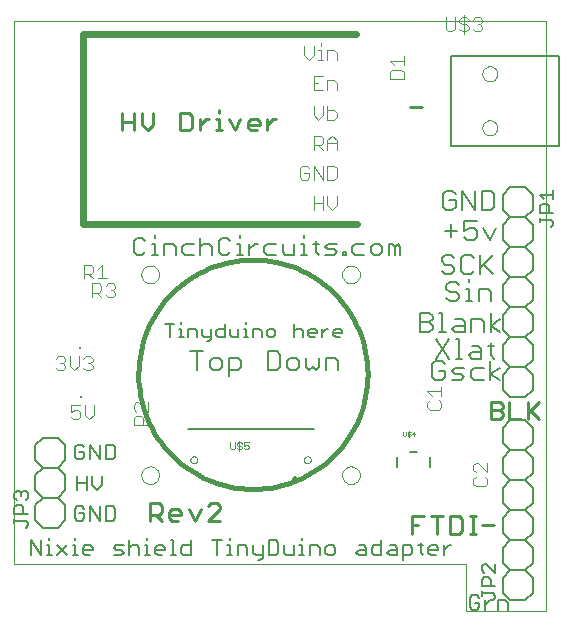
<source format=gto>
G75*
G70*
%OFA0B0*%
%FSLAX24Y24*%
%IPPOS*%
%LPD*%
%AMOC8*
5,1,8,0,0,1.08239X$1,22.5*
%
%ADD10C,0.0010*%
%ADD11C,0.0000*%
%ADD12C,0.0080*%
%ADD13C,0.0070*%
%ADD14C,0.0100*%
%ADD15C,0.0090*%
%ADD16C,0.0060*%
%ADD17C,0.0240*%
%ADD18C,0.0160*%
%ADD19C,0.0110*%
%ADD20C,0.0050*%
%ADD21C,0.0040*%
%ADD22R,0.0098X0.0098*%
%ADD23C,0.0020*%
D10*
X000290Y001875D02*
X000290Y019985D01*
X018006Y019985D01*
X013622Y006285D02*
X013547Y006210D01*
X013647Y006210D01*
X013622Y006135D02*
X013622Y006285D01*
X013499Y006260D02*
X013474Y006285D01*
X013424Y006285D01*
X013399Y006260D01*
X013399Y006235D01*
X013424Y006210D01*
X013474Y006210D01*
X013499Y006185D01*
X013499Y006160D01*
X013474Y006135D01*
X013424Y006135D01*
X013399Y006160D01*
X013352Y006160D02*
X013352Y006285D01*
X013252Y006285D02*
X013252Y006160D01*
X013277Y006135D01*
X013327Y006135D01*
X013352Y006160D01*
X013449Y006110D02*
X013449Y006310D01*
D11*
X015329Y001875D02*
X000290Y001875D01*
X004522Y004828D02*
X004524Y004862D01*
X004530Y004896D01*
X004540Y004929D01*
X004553Y004960D01*
X004571Y004990D01*
X004591Y005018D01*
X004615Y005043D01*
X004641Y005065D01*
X004669Y005083D01*
X004700Y005099D01*
X004732Y005111D01*
X004766Y005119D01*
X004800Y005123D01*
X004834Y005123D01*
X004868Y005119D01*
X004902Y005111D01*
X004934Y005099D01*
X004964Y005083D01*
X004993Y005065D01*
X005019Y005043D01*
X005043Y005018D01*
X005063Y004990D01*
X005081Y004960D01*
X005094Y004929D01*
X005104Y004896D01*
X005110Y004862D01*
X005112Y004828D01*
X005110Y004794D01*
X005104Y004760D01*
X005094Y004727D01*
X005081Y004696D01*
X005063Y004666D01*
X005043Y004638D01*
X005019Y004613D01*
X004993Y004591D01*
X004965Y004573D01*
X004934Y004557D01*
X004902Y004545D01*
X004868Y004537D01*
X004834Y004533D01*
X004800Y004533D01*
X004766Y004537D01*
X004732Y004545D01*
X004700Y004557D01*
X004669Y004573D01*
X004641Y004591D01*
X004615Y004613D01*
X004591Y004638D01*
X004571Y004666D01*
X004553Y004696D01*
X004540Y004727D01*
X004530Y004760D01*
X004524Y004794D01*
X004522Y004828D01*
X006156Y005339D02*
X006158Y005360D01*
X006164Y005380D01*
X006173Y005400D01*
X006185Y005417D01*
X006200Y005431D01*
X006218Y005443D01*
X006238Y005451D01*
X006258Y005456D01*
X006279Y005457D01*
X006300Y005454D01*
X006320Y005448D01*
X006339Y005437D01*
X006356Y005424D01*
X006369Y005408D01*
X006380Y005390D01*
X006388Y005370D01*
X006392Y005350D01*
X006392Y005328D01*
X006388Y005308D01*
X006380Y005288D01*
X006369Y005270D01*
X006356Y005254D01*
X006339Y005241D01*
X006320Y005230D01*
X006300Y005224D01*
X006279Y005221D01*
X006258Y005222D01*
X006238Y005227D01*
X006218Y005235D01*
X006200Y005247D01*
X006185Y005261D01*
X006173Y005278D01*
X006164Y005298D01*
X006158Y005318D01*
X006156Y005339D01*
X009936Y005339D02*
X009938Y005360D01*
X009944Y005380D01*
X009953Y005400D01*
X009965Y005417D01*
X009980Y005431D01*
X009998Y005443D01*
X010018Y005451D01*
X010038Y005456D01*
X010059Y005457D01*
X010080Y005454D01*
X010100Y005448D01*
X010119Y005437D01*
X010136Y005424D01*
X010149Y005408D01*
X010160Y005390D01*
X010168Y005370D01*
X010172Y005350D01*
X010172Y005328D01*
X010168Y005308D01*
X010160Y005288D01*
X010149Y005270D01*
X010136Y005254D01*
X010119Y005241D01*
X010100Y005230D01*
X010080Y005224D01*
X010059Y005221D01*
X010038Y005222D01*
X010018Y005227D01*
X009998Y005235D01*
X009980Y005247D01*
X009965Y005261D01*
X009953Y005278D01*
X009944Y005298D01*
X009938Y005318D01*
X009936Y005339D01*
X011215Y004828D02*
X011217Y004862D01*
X011223Y004896D01*
X011233Y004929D01*
X011246Y004960D01*
X011264Y004990D01*
X011284Y005018D01*
X011308Y005043D01*
X011334Y005065D01*
X011362Y005083D01*
X011393Y005099D01*
X011425Y005111D01*
X011459Y005119D01*
X011493Y005123D01*
X011527Y005123D01*
X011561Y005119D01*
X011595Y005111D01*
X011627Y005099D01*
X011657Y005083D01*
X011686Y005065D01*
X011712Y005043D01*
X011736Y005018D01*
X011756Y004990D01*
X011774Y004960D01*
X011787Y004929D01*
X011797Y004896D01*
X011803Y004862D01*
X011805Y004828D01*
X011803Y004794D01*
X011797Y004760D01*
X011787Y004727D01*
X011774Y004696D01*
X011756Y004666D01*
X011736Y004638D01*
X011712Y004613D01*
X011686Y004591D01*
X011658Y004573D01*
X011627Y004557D01*
X011595Y004545D01*
X011561Y004537D01*
X011527Y004533D01*
X011493Y004533D01*
X011459Y004537D01*
X011425Y004545D01*
X011393Y004557D01*
X011362Y004573D01*
X011334Y004591D01*
X011308Y004613D01*
X011284Y004638D01*
X011264Y004666D01*
X011246Y004696D01*
X011233Y004727D01*
X011223Y004760D01*
X011217Y004794D01*
X011215Y004828D01*
X015329Y001875D02*
X015329Y000300D01*
X018006Y000300D01*
X018006Y019985D01*
X015891Y018208D02*
X015893Y018239D01*
X015899Y018270D01*
X015909Y018300D01*
X015922Y018328D01*
X015939Y018355D01*
X015959Y018379D01*
X015982Y018401D01*
X016007Y018419D01*
X016035Y018434D01*
X016064Y018446D01*
X016094Y018454D01*
X016125Y018458D01*
X016157Y018458D01*
X016188Y018454D01*
X016218Y018446D01*
X016247Y018434D01*
X016275Y018419D01*
X016300Y018401D01*
X016323Y018379D01*
X016343Y018355D01*
X016360Y018328D01*
X016373Y018300D01*
X016383Y018270D01*
X016389Y018239D01*
X016391Y018208D01*
X016389Y018177D01*
X016383Y018146D01*
X016373Y018116D01*
X016360Y018088D01*
X016343Y018061D01*
X016323Y018037D01*
X016300Y018015D01*
X016275Y017997D01*
X016247Y017982D01*
X016218Y017970D01*
X016188Y017962D01*
X016157Y017958D01*
X016125Y017958D01*
X016094Y017962D01*
X016064Y017970D01*
X016035Y017982D01*
X016007Y017997D01*
X015982Y018015D01*
X015959Y018037D01*
X015939Y018061D01*
X015922Y018088D01*
X015909Y018116D01*
X015899Y018146D01*
X015893Y018177D01*
X015891Y018208D01*
X015891Y016408D02*
X015893Y016439D01*
X015899Y016470D01*
X015909Y016500D01*
X015922Y016528D01*
X015939Y016555D01*
X015959Y016579D01*
X015982Y016601D01*
X016007Y016619D01*
X016035Y016634D01*
X016064Y016646D01*
X016094Y016654D01*
X016125Y016658D01*
X016157Y016658D01*
X016188Y016654D01*
X016218Y016646D01*
X016247Y016634D01*
X016275Y016619D01*
X016300Y016601D01*
X016323Y016579D01*
X016343Y016555D01*
X016360Y016528D01*
X016373Y016500D01*
X016383Y016470D01*
X016389Y016439D01*
X016391Y016408D01*
X016389Y016377D01*
X016383Y016346D01*
X016373Y016316D01*
X016360Y016288D01*
X016343Y016261D01*
X016323Y016237D01*
X016300Y016215D01*
X016275Y016197D01*
X016247Y016182D01*
X016218Y016170D01*
X016188Y016162D01*
X016157Y016158D01*
X016125Y016158D01*
X016094Y016162D01*
X016064Y016170D01*
X016035Y016182D01*
X016007Y016197D01*
X015982Y016215D01*
X015959Y016237D01*
X015939Y016261D01*
X015922Y016288D01*
X015909Y016316D01*
X015899Y016346D01*
X015893Y016377D01*
X015891Y016408D01*
X011215Y011520D02*
X011217Y011554D01*
X011223Y011588D01*
X011233Y011621D01*
X011246Y011652D01*
X011264Y011682D01*
X011284Y011710D01*
X011308Y011735D01*
X011334Y011757D01*
X011362Y011775D01*
X011393Y011791D01*
X011425Y011803D01*
X011459Y011811D01*
X011493Y011815D01*
X011527Y011815D01*
X011561Y011811D01*
X011595Y011803D01*
X011627Y011791D01*
X011657Y011775D01*
X011686Y011757D01*
X011712Y011735D01*
X011736Y011710D01*
X011756Y011682D01*
X011774Y011652D01*
X011787Y011621D01*
X011797Y011588D01*
X011803Y011554D01*
X011805Y011520D01*
X011803Y011486D01*
X011797Y011452D01*
X011787Y011419D01*
X011774Y011388D01*
X011756Y011358D01*
X011736Y011330D01*
X011712Y011305D01*
X011686Y011283D01*
X011658Y011265D01*
X011627Y011249D01*
X011595Y011237D01*
X011561Y011229D01*
X011527Y011225D01*
X011493Y011225D01*
X011459Y011229D01*
X011425Y011237D01*
X011393Y011249D01*
X011362Y011265D01*
X011334Y011283D01*
X011308Y011305D01*
X011284Y011330D01*
X011264Y011358D01*
X011246Y011388D01*
X011233Y011419D01*
X011223Y011452D01*
X011217Y011486D01*
X011215Y011520D01*
X004522Y011520D02*
X004524Y011554D01*
X004530Y011588D01*
X004540Y011621D01*
X004553Y011652D01*
X004571Y011682D01*
X004591Y011710D01*
X004615Y011735D01*
X004641Y011757D01*
X004669Y011775D01*
X004700Y011791D01*
X004732Y011803D01*
X004766Y011811D01*
X004800Y011815D01*
X004834Y011815D01*
X004868Y011811D01*
X004902Y011803D01*
X004934Y011791D01*
X004964Y011775D01*
X004993Y011757D01*
X005019Y011735D01*
X005043Y011710D01*
X005063Y011682D01*
X005081Y011652D01*
X005094Y011621D01*
X005104Y011588D01*
X005110Y011554D01*
X005112Y011520D01*
X005110Y011486D01*
X005104Y011452D01*
X005094Y011419D01*
X005081Y011388D01*
X005063Y011358D01*
X005043Y011330D01*
X005019Y011305D01*
X004993Y011283D01*
X004965Y011265D01*
X004934Y011249D01*
X004902Y011237D01*
X004868Y011229D01*
X004834Y011225D01*
X004800Y011225D01*
X004766Y011229D01*
X004732Y011237D01*
X004700Y011249D01*
X004669Y011265D01*
X004641Y011283D01*
X004615Y011305D01*
X004591Y011330D01*
X004571Y011358D01*
X004553Y011388D01*
X004540Y011419D01*
X004530Y011452D01*
X004524Y011486D01*
X004522Y011520D01*
D12*
X004555Y012160D02*
X004652Y012257D01*
X004555Y012160D02*
X004362Y012160D01*
X004265Y012257D01*
X004265Y012644D01*
X004362Y012741D01*
X004555Y012741D01*
X004652Y012644D01*
X004873Y012547D02*
X004970Y012547D01*
X004970Y012160D01*
X005066Y012160D02*
X004873Y012160D01*
X005278Y012160D02*
X005278Y012547D01*
X005568Y012547D01*
X005665Y012451D01*
X005665Y012160D01*
X005886Y012257D02*
X005983Y012160D01*
X006273Y012160D01*
X006494Y012160D02*
X006494Y012741D01*
X006590Y012547D02*
X006784Y012547D01*
X006881Y012451D01*
X006881Y012160D01*
X007101Y012257D02*
X007198Y012160D01*
X007391Y012160D01*
X007488Y012257D01*
X007709Y012160D02*
X007902Y012160D01*
X007806Y012160D02*
X007806Y012547D01*
X007709Y012547D01*
X007806Y012741D02*
X007806Y012838D01*
X007488Y012644D02*
X007391Y012741D01*
X007198Y012741D01*
X007101Y012644D01*
X007101Y012257D01*
X006590Y012547D02*
X006494Y012451D01*
X006273Y012547D02*
X005983Y012547D01*
X005886Y012451D01*
X005886Y012257D01*
X004970Y012741D02*
X004970Y012838D01*
X008114Y012547D02*
X008114Y012160D01*
X008114Y012354D02*
X008308Y012547D01*
X008404Y012547D01*
X008621Y012451D02*
X008621Y012257D01*
X008717Y012160D01*
X009008Y012160D01*
X009228Y012257D02*
X009228Y012547D01*
X009008Y012547D02*
X008717Y012547D01*
X008621Y012451D01*
X009228Y012257D02*
X009325Y012160D01*
X009615Y012160D01*
X009615Y012547D01*
X009836Y012547D02*
X009933Y012547D01*
X009933Y012160D01*
X010029Y012160D02*
X009836Y012160D01*
X010241Y012547D02*
X010435Y012547D01*
X010338Y012644D02*
X010338Y012257D01*
X010435Y012160D01*
X010646Y012160D02*
X010936Y012160D01*
X011033Y012257D01*
X010936Y012354D01*
X010743Y012354D01*
X010646Y012451D01*
X010743Y012547D01*
X011033Y012547D01*
X011254Y012257D02*
X011351Y012257D01*
X011351Y012160D01*
X011254Y012160D01*
X011254Y012257D01*
X011558Y012257D02*
X011655Y012160D01*
X011945Y012160D01*
X012166Y012257D02*
X012166Y012451D01*
X012262Y012547D01*
X012456Y012547D01*
X012553Y012451D01*
X012553Y012257D01*
X012456Y012160D01*
X012262Y012160D01*
X012166Y012257D01*
X011945Y012547D02*
X011655Y012547D01*
X011558Y012451D01*
X011558Y012257D01*
X012773Y012160D02*
X012773Y012547D01*
X012870Y012547D01*
X012967Y012451D01*
X013064Y012547D01*
X013160Y012451D01*
X013160Y012160D01*
X012967Y012160D02*
X012967Y012451D01*
X009933Y012741D02*
X009933Y012838D01*
X009045Y008953D02*
X008735Y008953D01*
X008735Y008332D01*
X009045Y008332D01*
X009148Y008436D01*
X009148Y008849D01*
X009045Y008953D01*
X009379Y008642D02*
X009379Y008436D01*
X009483Y008332D01*
X009690Y008332D01*
X009793Y008436D01*
X009793Y008642D01*
X009690Y008746D01*
X009483Y008746D01*
X009379Y008642D01*
X010024Y008746D02*
X010024Y008436D01*
X010127Y008332D01*
X010231Y008436D01*
X010334Y008332D01*
X010438Y008436D01*
X010438Y008746D01*
X010668Y008746D02*
X010979Y008746D01*
X011082Y008642D01*
X011082Y008332D01*
X010668Y008332D02*
X010668Y008746D01*
X007859Y008642D02*
X007859Y008436D01*
X007756Y008332D01*
X007446Y008332D01*
X007446Y008125D02*
X007446Y008746D01*
X007756Y008746D01*
X007859Y008642D01*
X007215Y008642D02*
X007215Y008436D01*
X007111Y008332D01*
X006905Y008332D01*
X006801Y008436D01*
X006801Y008642D01*
X006905Y008746D01*
X007111Y008746D01*
X007215Y008642D01*
X006570Y008953D02*
X006157Y008953D01*
X006363Y008953D02*
X006363Y008332D01*
X006079Y006361D02*
X010274Y006358D01*
X013037Y005449D02*
X013037Y005111D01*
X013491Y005599D02*
X013703Y005599D01*
X014157Y005449D02*
X014157Y005111D01*
X015548Y000820D02*
X015468Y000740D01*
X015468Y000420D01*
X015548Y000340D01*
X015708Y000340D01*
X015788Y000420D01*
X015788Y000580D01*
X015628Y000580D01*
X015788Y000740D02*
X015708Y000820D01*
X015548Y000820D01*
X015983Y000660D02*
X015983Y000340D01*
X015983Y000500D02*
X016143Y000660D01*
X016223Y000660D01*
X016413Y000660D02*
X016413Y000340D01*
X016733Y000340D02*
X016733Y000580D01*
X016653Y000660D01*
X016413Y000660D01*
X003650Y003393D02*
X003570Y003312D01*
X003330Y003312D01*
X003330Y003793D01*
X003570Y003793D01*
X003650Y003713D01*
X003650Y003393D01*
X003134Y003312D02*
X003134Y003793D01*
X002814Y003793D02*
X003134Y003312D01*
X002814Y003312D02*
X002814Y003793D01*
X002619Y003713D02*
X002539Y003793D01*
X002378Y003793D01*
X002298Y003713D01*
X002298Y003393D01*
X002378Y003312D01*
X002539Y003312D01*
X002619Y003393D01*
X002619Y003553D01*
X002458Y003553D01*
X002377Y004336D02*
X002377Y004816D01*
X002377Y004576D02*
X002697Y004576D01*
X002893Y004496D02*
X003053Y004336D01*
X003213Y004496D01*
X003213Y004816D01*
X002893Y004816D02*
X002893Y004496D01*
X002697Y004336D02*
X002697Y004816D01*
X002814Y005360D02*
X002814Y005840D01*
X003134Y005360D01*
X003134Y005840D01*
X003330Y005840D02*
X003570Y005840D01*
X003650Y005760D01*
X003650Y005440D01*
X003570Y005360D01*
X003330Y005360D01*
X003330Y005840D01*
X002619Y005760D02*
X002539Y005840D01*
X002378Y005840D01*
X002298Y005760D01*
X002298Y005440D01*
X002378Y005360D01*
X002539Y005360D01*
X002619Y005440D01*
X002619Y005600D01*
X002458Y005600D01*
D13*
X002313Y002738D02*
X002313Y002656D01*
X002313Y002493D02*
X002313Y002166D01*
X002231Y002166D02*
X002395Y002166D01*
X002575Y002247D02*
X002575Y002411D01*
X002657Y002493D01*
X002820Y002493D01*
X002902Y002411D01*
X002902Y002329D01*
X002575Y002329D01*
X002575Y002247D02*
X002657Y002166D01*
X002820Y002166D01*
X002313Y002493D02*
X002231Y002493D01*
X002043Y002493D02*
X001716Y002166D01*
X001535Y002166D02*
X001372Y002166D01*
X001454Y002166D02*
X001454Y002493D01*
X001372Y002493D01*
X001454Y002656D02*
X001454Y002738D01*
X001183Y002656D02*
X001183Y002166D01*
X000856Y002656D01*
X000856Y002166D01*
X001716Y002493D02*
X002043Y002166D01*
X003606Y002166D02*
X003852Y002166D01*
X003933Y002247D01*
X003852Y002329D01*
X003688Y002329D01*
X003606Y002411D01*
X003688Y002493D01*
X003933Y002493D01*
X004122Y002411D02*
X004204Y002493D01*
X004367Y002493D01*
X004449Y002411D01*
X004449Y002166D01*
X004638Y002166D02*
X004801Y002166D01*
X004719Y002166D02*
X004719Y002493D01*
X004638Y002493D01*
X004719Y002656D02*
X004719Y002738D01*
X004981Y002411D02*
X005063Y002493D01*
X005227Y002493D01*
X005308Y002411D01*
X005308Y002329D01*
X004981Y002329D01*
X004981Y002247D02*
X004981Y002411D01*
X004981Y002247D02*
X005063Y002166D01*
X005227Y002166D01*
X005497Y002166D02*
X005661Y002166D01*
X005579Y002166D02*
X005579Y002656D01*
X005497Y002656D01*
X005841Y002411D02*
X005923Y002493D01*
X006168Y002493D01*
X006168Y002656D02*
X006168Y002166D01*
X005923Y002166D01*
X005841Y002247D01*
X005841Y002411D01*
X006872Y002656D02*
X007199Y002656D01*
X007036Y002656D02*
X007036Y002166D01*
X007388Y002166D02*
X007551Y002166D01*
X007469Y002166D02*
X007469Y002493D01*
X007388Y002493D01*
X007469Y002656D02*
X007469Y002738D01*
X007732Y002493D02*
X007977Y002493D01*
X008058Y002411D01*
X008058Y002166D01*
X008247Y002247D02*
X008329Y002166D01*
X008574Y002166D01*
X008574Y002084D02*
X008492Y002002D01*
X008411Y002002D01*
X008574Y002084D02*
X008574Y002493D01*
X008763Y002656D02*
X009008Y002656D01*
X009090Y002574D01*
X009090Y002247D01*
X009008Y002166D01*
X008763Y002166D01*
X008763Y002656D01*
X009278Y002493D02*
X009278Y002247D01*
X009360Y002166D01*
X009605Y002166D01*
X009605Y002493D01*
X009794Y002493D02*
X009876Y002493D01*
X009876Y002166D01*
X009794Y002166D02*
X009958Y002166D01*
X010138Y002166D02*
X010138Y002493D01*
X010383Y002493D01*
X010465Y002411D01*
X010465Y002166D01*
X010653Y002247D02*
X010735Y002166D01*
X010899Y002166D01*
X010980Y002247D01*
X010980Y002411D01*
X010899Y002493D01*
X010735Y002493D01*
X010653Y002411D01*
X010653Y002247D01*
X009876Y002656D02*
X009876Y002738D01*
X008247Y002493D02*
X008247Y002247D01*
X007732Y002166D02*
X007732Y002493D01*
X004122Y002656D02*
X004122Y002166D01*
X011685Y002247D02*
X011766Y002166D01*
X012012Y002166D01*
X012012Y002411D01*
X011930Y002493D01*
X011766Y002493D01*
X011766Y002329D02*
X012012Y002329D01*
X012200Y002247D02*
X012282Y002166D01*
X012527Y002166D01*
X012527Y002656D01*
X012527Y002493D02*
X012282Y002493D01*
X012200Y002411D01*
X012200Y002247D01*
X011766Y002329D02*
X011685Y002247D01*
X012716Y002247D02*
X012798Y002166D01*
X013043Y002166D01*
X013043Y002411D01*
X012961Y002493D01*
X012798Y002493D01*
X012798Y002329D02*
X013043Y002329D01*
X012798Y002329D02*
X012716Y002247D01*
X013232Y002166D02*
X013477Y002166D01*
X013559Y002247D01*
X013559Y002411D01*
X013477Y002493D01*
X013232Y002493D01*
X013232Y002002D01*
X013829Y002247D02*
X013911Y002166D01*
X013829Y002247D02*
X013829Y002574D01*
X013747Y002493D02*
X013911Y002493D01*
X014091Y002411D02*
X014173Y002493D01*
X014336Y002493D01*
X014418Y002411D01*
X014418Y002329D01*
X014091Y002329D01*
X014091Y002247D02*
X014091Y002411D01*
X014091Y002247D02*
X014173Y002166D01*
X014336Y002166D01*
X014607Y002166D02*
X014607Y002493D01*
X014770Y002493D02*
X014607Y002329D01*
X014770Y002493D02*
X014852Y002493D01*
X006839Y009358D02*
X006768Y009286D01*
X006696Y009286D01*
X006839Y009358D02*
X006839Y009716D01*
X007013Y009645D02*
X007013Y009501D01*
X007085Y009429D01*
X007300Y009429D01*
X007300Y009860D01*
X007300Y009716D02*
X007085Y009716D01*
X007013Y009645D01*
X006839Y009429D02*
X006624Y009429D01*
X006553Y009501D01*
X006553Y009716D01*
X006379Y009645D02*
X006379Y009429D01*
X006379Y009645D02*
X006307Y009716D01*
X006092Y009716D01*
X006092Y009429D01*
X005929Y009429D02*
X005785Y009429D01*
X005857Y009429D02*
X005857Y009716D01*
X005785Y009716D01*
X005857Y009860D02*
X005857Y009932D01*
X005612Y009860D02*
X005325Y009860D01*
X005468Y009860D02*
X005468Y009429D01*
X007473Y009501D02*
X007545Y009429D01*
X007760Y009429D01*
X007760Y009716D01*
X007934Y009716D02*
X008005Y009716D01*
X008005Y009429D01*
X007934Y009429D02*
X008077Y009429D01*
X008241Y009429D02*
X008241Y009716D01*
X008456Y009716D01*
X008528Y009645D01*
X008528Y009429D01*
X008701Y009501D02*
X008701Y009645D01*
X008773Y009716D01*
X008916Y009716D01*
X008988Y009645D01*
X008988Y009501D01*
X008916Y009429D01*
X008773Y009429D01*
X008701Y009501D01*
X008005Y009860D02*
X008005Y009932D01*
X007473Y009716D02*
X007473Y009501D01*
X009622Y009429D02*
X009622Y009860D01*
X009694Y009716D02*
X009837Y009716D01*
X009909Y009645D01*
X009909Y009429D01*
X010082Y009501D02*
X010082Y009645D01*
X010154Y009716D01*
X010297Y009716D01*
X010369Y009645D01*
X010369Y009573D01*
X010082Y009573D01*
X010082Y009501D02*
X010154Y009429D01*
X010297Y009429D01*
X010543Y009429D02*
X010543Y009716D01*
X010686Y009716D02*
X010758Y009716D01*
X010686Y009716D02*
X010543Y009573D01*
X010926Y009573D02*
X011213Y009573D01*
X011213Y009645D01*
X011141Y009716D01*
X010998Y009716D01*
X010926Y009645D01*
X010926Y009501D01*
X010998Y009429D01*
X011141Y009429D01*
X009694Y009716D02*
X009622Y009645D01*
D14*
X007042Y003903D02*
X006842Y003903D01*
X006742Y003803D01*
X006498Y003703D02*
X006298Y003303D01*
X006097Y003703D01*
X005853Y003603D02*
X005853Y003503D01*
X005453Y003503D01*
X005453Y003403D02*
X005453Y003603D01*
X005553Y003703D01*
X005753Y003703D01*
X005853Y003603D01*
X005553Y003303D02*
X005453Y003403D01*
X005553Y003303D02*
X005753Y003303D01*
X005209Y003303D02*
X005008Y003503D01*
X005109Y003503D02*
X004808Y003503D01*
X004808Y003303D02*
X004808Y003903D01*
X005109Y003903D01*
X005209Y003803D01*
X005209Y003603D01*
X005109Y003503D01*
X006742Y003303D02*
X007142Y003703D01*
X007142Y003803D01*
X007042Y003903D01*
X007142Y003303D02*
X006742Y003303D01*
X013529Y003170D02*
X013729Y003170D01*
X013529Y003470D02*
X013929Y003470D01*
X014173Y003470D02*
X014574Y003470D01*
X014374Y003470D02*
X014374Y002870D01*
X014818Y002870D02*
X015118Y002870D01*
X015218Y002970D01*
X015218Y003370D01*
X015118Y003470D01*
X014818Y003470D01*
X014818Y002870D01*
X015462Y002870D02*
X015663Y002870D01*
X015563Y002870D02*
X015563Y003470D01*
X015663Y003470D02*
X015462Y003470D01*
X015892Y003170D02*
X016292Y003170D01*
X013529Y002870D02*
X013529Y003470D01*
D15*
X016181Y006703D02*
X016467Y006703D01*
X016562Y006798D01*
X016562Y006893D01*
X016467Y006989D01*
X016181Y006989D01*
X016181Y007274D02*
X016467Y007274D01*
X016562Y007179D01*
X016562Y007084D01*
X016467Y006989D01*
X016181Y007274D02*
X016181Y006703D01*
X016789Y006703D02*
X017169Y006703D01*
X017397Y006703D02*
X017397Y007274D01*
X017492Y006989D02*
X017777Y006703D01*
X017397Y006893D02*
X017777Y007274D01*
X016789Y007274D02*
X016789Y006703D01*
D16*
X016811Y006666D02*
X017311Y006666D01*
X017561Y006416D01*
X017561Y005916D01*
X017311Y005666D01*
X017561Y005416D01*
X017561Y004916D01*
X017311Y004666D01*
X017561Y004416D01*
X017561Y003916D01*
X017311Y003666D01*
X017561Y003416D01*
X017561Y002916D01*
X017311Y002666D01*
X017561Y002416D01*
X017561Y001916D01*
X017311Y001666D01*
X017561Y001416D01*
X017561Y000916D01*
X017311Y000666D01*
X016811Y000666D01*
X016561Y000916D01*
X016561Y001416D01*
X016811Y001666D01*
X016561Y001916D01*
X016561Y002416D01*
X016811Y002666D01*
X017311Y002666D01*
X016811Y002666D02*
X016561Y002916D01*
X016561Y003416D01*
X016811Y003666D01*
X016561Y003916D01*
X016561Y004416D01*
X016811Y004666D01*
X016561Y004916D01*
X016561Y005416D01*
X016811Y005666D01*
X016561Y005916D01*
X016561Y006416D01*
X016811Y006666D01*
X016811Y007430D02*
X016561Y007680D01*
X016561Y008180D01*
X016811Y008430D01*
X016561Y008680D01*
X016561Y009180D01*
X016811Y009430D01*
X016561Y009680D01*
X016561Y010180D01*
X016811Y010430D01*
X016561Y010680D01*
X016561Y011180D01*
X016811Y011430D01*
X016561Y011680D01*
X016561Y012180D01*
X016811Y012430D01*
X016561Y012680D01*
X016561Y013180D01*
X016811Y013430D01*
X016561Y013680D01*
X016561Y014180D01*
X016811Y014430D01*
X017311Y014430D01*
X017561Y014180D01*
X017561Y013680D01*
X017311Y013430D01*
X017561Y013180D01*
X017561Y012680D01*
X017311Y012430D01*
X016811Y012430D01*
X017311Y012430D02*
X017561Y012180D01*
X017561Y011680D01*
X017311Y011430D01*
X017561Y011180D01*
X017561Y010680D01*
X017311Y010430D01*
X017561Y010180D01*
X017561Y009680D01*
X017311Y009430D01*
X016811Y009430D01*
X016488Y009602D02*
X016167Y009815D01*
X016488Y010029D01*
X016167Y010242D02*
X016167Y009602D01*
X015950Y009602D02*
X015950Y009922D01*
X015843Y010029D01*
X015523Y010029D01*
X015523Y009602D01*
X015305Y009602D02*
X014985Y009602D01*
X014878Y009708D01*
X014985Y009815D01*
X015305Y009815D01*
X015305Y009922D02*
X015305Y009602D01*
X015107Y009356D02*
X015000Y009356D01*
X015107Y009356D02*
X015107Y008716D01*
X015213Y008716D02*
X015000Y008716D01*
X014782Y008716D02*
X014355Y009356D01*
X014449Y009602D02*
X014662Y009602D01*
X014555Y009602D02*
X014555Y010242D01*
X014449Y010242D01*
X014231Y010135D02*
X014231Y010029D01*
X014124Y009922D01*
X013804Y009922D01*
X013804Y010242D02*
X014124Y010242D01*
X014231Y010135D01*
X014124Y009922D02*
X014231Y009815D01*
X014231Y009708D01*
X014124Y009602D01*
X013804Y009602D01*
X013804Y010242D01*
X014690Y010732D02*
X014797Y010625D01*
X015010Y010625D01*
X015117Y010732D01*
X015117Y010839D01*
X015010Y010946D01*
X014797Y010946D01*
X014690Y011052D01*
X014690Y011159D01*
X014797Y011266D01*
X015010Y011266D01*
X015117Y011159D01*
X015334Y011052D02*
X015441Y011052D01*
X015441Y010625D01*
X015334Y010625D02*
X015548Y010625D01*
X015764Y010625D02*
X015764Y011052D01*
X016084Y011052D01*
X016191Y010946D01*
X016191Y010625D01*
X016811Y010430D02*
X017311Y010430D01*
X017311Y011430D02*
X016811Y011430D01*
X016249Y011531D02*
X015928Y011851D01*
X015822Y011744D02*
X016249Y012171D01*
X015822Y012171D02*
X015822Y011531D01*
X015604Y011638D02*
X015497Y011531D01*
X015284Y011531D01*
X015177Y011638D01*
X015177Y012065D01*
X015284Y012171D01*
X015497Y012171D01*
X015604Y012065D01*
X014959Y012065D02*
X014853Y012171D01*
X014639Y012171D01*
X014532Y012065D01*
X014532Y011958D01*
X014639Y011851D01*
X014853Y011851D01*
X014959Y011744D01*
X014959Y011638D01*
X014853Y011531D01*
X014639Y011531D01*
X014532Y011638D01*
X015441Y011373D02*
X015441Y011266D01*
X015199Y010029D02*
X014985Y010029D01*
X015199Y010029D02*
X015305Y009922D01*
X014782Y009356D02*
X014355Y008716D01*
X014324Y008628D02*
X014217Y008521D01*
X014217Y008094D01*
X014324Y007987D01*
X014538Y007987D01*
X014644Y008094D01*
X014644Y008308D01*
X014431Y008308D01*
X014644Y008521D02*
X014538Y008628D01*
X014324Y008628D01*
X014862Y008308D02*
X014969Y008415D01*
X015289Y008415D01*
X015182Y008201D02*
X014969Y008201D01*
X014862Y008308D01*
X015182Y008201D02*
X015289Y008094D01*
X015182Y007987D01*
X014862Y007987D01*
X015507Y008094D02*
X015507Y008308D01*
X015613Y008415D01*
X015934Y008415D01*
X016151Y008628D02*
X016151Y007987D01*
X016151Y008201D02*
X016471Y008415D01*
X016811Y008430D02*
X017311Y008430D01*
X017561Y008180D01*
X017561Y007680D01*
X017311Y007430D01*
X016811Y007430D01*
X016471Y007987D02*
X016151Y008201D01*
X015934Y007987D02*
X015613Y007987D01*
X015507Y008094D01*
X015536Y008716D02*
X015429Y008823D01*
X015536Y008929D01*
X015857Y008929D01*
X015857Y009036D02*
X015857Y008716D01*
X015536Y008716D01*
X016181Y008823D02*
X016288Y008716D01*
X016181Y008823D02*
X016181Y009250D01*
X016074Y009143D02*
X016288Y009143D01*
X015857Y009036D02*
X015750Y009143D01*
X015536Y009143D01*
X017311Y009430D02*
X017561Y009180D01*
X017561Y008680D01*
X017311Y008430D01*
X017311Y005666D02*
X016811Y005666D01*
X016811Y004666D02*
X017311Y004666D01*
X017311Y003666D02*
X016811Y003666D01*
X016811Y001666D02*
X017311Y001666D01*
X001987Y003333D02*
X001737Y003083D01*
X001237Y003083D01*
X000987Y003333D01*
X000987Y003833D01*
X001237Y004083D01*
X000987Y004333D01*
X000987Y004833D01*
X001237Y005083D01*
X000987Y005333D01*
X000987Y005833D01*
X001237Y006083D01*
X001737Y006083D01*
X001987Y005833D01*
X001987Y005333D01*
X001737Y005083D01*
X001987Y004833D01*
X001987Y004333D01*
X001737Y004083D01*
X001987Y003833D01*
X001987Y003333D01*
X001737Y004083D02*
X001237Y004083D01*
X001237Y005083D02*
X001737Y005083D01*
X014844Y012760D02*
X014844Y013187D01*
X014631Y012973D02*
X015058Y012973D01*
X015275Y012973D02*
X015489Y013080D01*
X015596Y013080D01*
X015702Y012973D01*
X015702Y012760D01*
X015596Y012653D01*
X015382Y012653D01*
X015275Y012760D01*
X015275Y012973D02*
X015275Y013293D01*
X015702Y013293D01*
X015920Y013080D02*
X016133Y012653D01*
X016347Y013080D01*
X016811Y013430D02*
X017311Y013430D01*
X016288Y013783D02*
X016181Y013676D01*
X015861Y013676D01*
X015861Y014317D01*
X016181Y014317D01*
X016288Y014210D01*
X016288Y013783D01*
X015643Y013676D02*
X015643Y014317D01*
X015216Y014317D02*
X015643Y013676D01*
X015216Y013676D02*
X015216Y014317D01*
X014999Y014210D02*
X014892Y014317D01*
X014679Y014317D01*
X014572Y014210D01*
X014572Y013783D01*
X014679Y013676D01*
X014892Y013676D01*
X014999Y013783D01*
X014999Y013997D01*
X014785Y013997D01*
D17*
X011707Y013213D02*
X002593Y013213D01*
X002593Y013391D01*
X002573Y013391D01*
X002573Y019532D01*
X011687Y019532D01*
X011687Y019552D01*
D18*
X008263Y004375D02*
X008450Y004381D01*
X008636Y004395D01*
X008822Y004419D01*
X009006Y004452D01*
X009189Y004494D01*
X009369Y004545D01*
X009546Y004604D01*
X009721Y004672D01*
X009892Y004749D01*
X010058Y004834D01*
X010221Y004927D01*
X010379Y005028D01*
X010531Y005136D01*
X010678Y005252D01*
X010820Y005375D01*
X010955Y005504D01*
X011083Y005640D01*
X011205Y005783D01*
X011319Y005931D01*
X011427Y006084D01*
X011526Y006242D01*
X011618Y006406D01*
X011702Y006573D01*
X011777Y006745D01*
X011844Y006919D01*
X011902Y007097D01*
X011951Y007278D01*
X011992Y007461D01*
X012023Y007645D01*
X012046Y007831D01*
X012059Y008018D01*
X012063Y008205D01*
X012058Y008392D01*
X012044Y008579D01*
X012020Y008764D01*
X011988Y008949D01*
X011946Y009131D01*
X011896Y009312D01*
X011837Y009489D01*
X011769Y009664D01*
X011693Y009835D01*
X011609Y010002D01*
X011516Y010164D01*
X011416Y010322D01*
X011308Y010475D01*
X011192Y010623D01*
X011070Y010764D01*
X010941Y010900D01*
X010805Y011029D01*
X010663Y011151D01*
X010515Y011266D01*
X010362Y011373D01*
X010204Y011473D01*
X010041Y011565D01*
X009874Y011649D01*
X009703Y011725D01*
X009528Y011792D01*
X009350Y011851D01*
X009170Y011901D01*
X008987Y011942D01*
X008803Y011974D01*
X008617Y011997D01*
X008430Y012010D01*
X008243Y012015D01*
X008056Y012010D01*
X007869Y011997D01*
X007683Y011974D01*
X007499Y011942D01*
X007316Y011901D01*
X007136Y011851D01*
X006958Y011792D01*
X006783Y011725D01*
X006612Y011649D01*
X006445Y011565D01*
X006282Y011473D01*
X006124Y011373D01*
X005971Y011266D01*
X005823Y011151D01*
X005681Y011029D01*
X005545Y010900D01*
X005416Y010764D01*
X005294Y010623D01*
X005178Y010475D01*
X005070Y010322D01*
X004970Y010164D01*
X004877Y010002D01*
X004793Y009835D01*
X004717Y009664D01*
X004649Y009489D01*
X004590Y009312D01*
X004540Y009131D01*
X004498Y008949D01*
X004466Y008764D01*
X004442Y008579D01*
X004428Y008392D01*
X004423Y008205D01*
X004427Y008018D01*
X004440Y007831D01*
X004463Y007645D01*
X004494Y007461D01*
X004535Y007278D01*
X004584Y007097D01*
X004642Y006919D01*
X004709Y006745D01*
X004784Y006573D01*
X004868Y006406D01*
X004960Y006242D01*
X005059Y006084D01*
X005167Y005931D01*
X005281Y005783D01*
X005403Y005640D01*
X005531Y005504D01*
X005666Y005375D01*
X005808Y005252D01*
X005955Y005136D01*
X006107Y005028D01*
X006265Y004927D01*
X006428Y004834D01*
X006594Y004749D01*
X006765Y004672D01*
X006940Y004604D01*
X007117Y004545D01*
X007297Y004494D01*
X007480Y004452D01*
X007664Y004419D01*
X007850Y004395D01*
X008036Y004381D01*
X008223Y004375D01*
D19*
X008176Y016320D02*
X008078Y016418D01*
X008078Y016615D01*
X008176Y016713D01*
X008373Y016713D01*
X008471Y016615D01*
X008471Y016516D01*
X008078Y016516D01*
X008176Y016320D02*
X008373Y016320D01*
X008722Y016320D02*
X008722Y016713D01*
X008722Y016516D02*
X008919Y016713D01*
X009017Y016713D01*
X007827Y016713D02*
X007630Y016320D01*
X007433Y016713D01*
X007102Y016713D02*
X007102Y016320D01*
X007200Y016320D02*
X007003Y016320D01*
X006663Y016713D02*
X006466Y016516D01*
X006466Y016320D02*
X006466Y016713D01*
X006663Y016713D02*
X006762Y016713D01*
X007003Y016713D02*
X007102Y016713D01*
X007102Y016910D02*
X007102Y017008D01*
X006215Y016812D02*
X006215Y016418D01*
X006117Y016320D01*
X005822Y016320D01*
X005822Y016910D01*
X006117Y016910D01*
X006215Y016812D01*
X004926Y016910D02*
X004926Y016516D01*
X004730Y016320D01*
X004533Y016516D01*
X004533Y016910D01*
X004282Y016910D02*
X004282Y016320D01*
X003888Y016320D02*
X003888Y016910D01*
X003888Y016615D02*
X004282Y016615D01*
X013494Y017107D02*
X013888Y017107D01*
D20*
X014841Y015808D02*
X014841Y018808D01*
X018441Y018808D01*
X018441Y015808D01*
X014841Y015808D01*
X017806Y014175D02*
X018256Y014175D01*
X018256Y014025D02*
X018256Y014325D01*
X017956Y014025D02*
X017806Y014175D01*
X017881Y013864D02*
X018031Y013864D01*
X018106Y013789D01*
X018106Y013564D01*
X018256Y013564D02*
X017806Y013564D01*
X017806Y013789D01*
X017881Y013864D01*
X017806Y013404D02*
X017806Y013254D01*
X017806Y013329D02*
X018181Y013329D01*
X018256Y013254D01*
X018256Y013179D01*
X018181Y013104D01*
X009584Y004715D02*
X009586Y004728D01*
X009591Y004741D01*
X009600Y004752D01*
X009611Y004759D01*
X009624Y004764D01*
X009637Y004765D01*
X009651Y004762D01*
X009663Y004756D01*
X009673Y004747D01*
X009680Y004735D01*
X009684Y004722D01*
X009684Y004708D01*
X009680Y004695D01*
X009673Y004683D01*
X009663Y004674D01*
X009651Y004668D01*
X009637Y004665D01*
X009624Y004666D01*
X009611Y004671D01*
X009600Y004678D01*
X009591Y004689D01*
X009586Y004702D01*
X009584Y004715D01*
X015866Y001807D02*
X015866Y001657D01*
X015941Y001582D01*
X015941Y001422D02*
X015866Y001347D01*
X015866Y001122D01*
X016316Y001122D01*
X016166Y001122D02*
X016166Y001347D01*
X016091Y001422D01*
X015941Y001422D01*
X016316Y001582D02*
X016016Y001882D01*
X015941Y001882D01*
X015866Y001807D01*
X016316Y001882D02*
X016316Y001582D01*
X015866Y000961D02*
X015866Y000811D01*
X015866Y000886D02*
X016241Y000886D01*
X016316Y000811D01*
X016316Y000736D01*
X016241Y000661D01*
X000742Y003154D02*
X000667Y003078D01*
X000742Y003154D02*
X000742Y003229D01*
X000667Y003304D01*
X000291Y003304D01*
X000291Y003229D02*
X000291Y003379D01*
X000291Y003539D02*
X000291Y003764D01*
X000366Y003839D01*
X000516Y003839D01*
X000592Y003764D01*
X000592Y003539D01*
X000742Y003539D02*
X000291Y003539D01*
X000366Y003999D02*
X000291Y004074D01*
X000291Y004224D01*
X000366Y004300D01*
X000441Y004300D01*
X000516Y004224D01*
X000592Y004300D01*
X000667Y004300D01*
X000742Y004224D01*
X000742Y004074D01*
X000667Y003999D01*
X000516Y004149D02*
X000516Y004224D01*
D21*
X004272Y006491D02*
X004272Y006721D01*
X004349Y006797D01*
X004503Y006797D01*
X004579Y006721D01*
X004579Y006491D01*
X004579Y006644D02*
X004733Y006797D01*
X004733Y006951D02*
X004426Y007258D01*
X004349Y007258D01*
X004272Y007181D01*
X004272Y007028D01*
X004349Y006951D01*
X004733Y006951D02*
X004733Y007258D01*
X004733Y006491D02*
X004272Y006491D01*
X002940Y006849D02*
X002940Y007156D01*
X002940Y006849D02*
X002786Y006696D01*
X002633Y006849D01*
X002633Y007156D01*
X002479Y007156D02*
X002172Y007156D01*
X002172Y006926D01*
X002326Y007003D01*
X002403Y007003D01*
X002479Y006926D01*
X002479Y006773D01*
X002403Y006696D01*
X002249Y006696D01*
X002172Y006773D01*
X002287Y008330D02*
X002133Y008483D01*
X002133Y008790D01*
X001980Y008714D02*
X001903Y008790D01*
X001749Y008790D01*
X001673Y008714D01*
X001826Y008560D02*
X001903Y008560D01*
X001980Y008483D01*
X001980Y008407D01*
X001903Y008330D01*
X001749Y008330D01*
X001673Y008407D01*
X001903Y008560D02*
X001980Y008637D01*
X001980Y008714D01*
X002440Y008790D02*
X002440Y008483D01*
X002287Y008330D01*
X002594Y008407D02*
X002670Y008330D01*
X002824Y008330D01*
X002900Y008407D01*
X002900Y008483D01*
X002824Y008560D01*
X002747Y008560D01*
X002824Y008560D02*
X002900Y008637D01*
X002900Y008714D01*
X002824Y008790D01*
X002670Y008790D01*
X002594Y008714D01*
X002884Y010759D02*
X002884Y011220D01*
X003114Y011220D01*
X003191Y011143D01*
X003191Y010990D01*
X003114Y010913D01*
X002884Y010913D01*
X003037Y010913D02*
X003191Y010759D01*
X003344Y010836D02*
X003421Y010759D01*
X003574Y010759D01*
X003651Y010836D01*
X003651Y010913D01*
X003574Y010990D01*
X003498Y010990D01*
X003574Y010990D02*
X003651Y011066D01*
X003651Y011143D01*
X003574Y011220D01*
X003421Y011220D01*
X003344Y011143D01*
X003370Y011389D02*
X003063Y011389D01*
X003216Y011389D02*
X003216Y011849D01*
X003063Y011695D01*
X002909Y011619D02*
X002833Y011542D01*
X002602Y011542D01*
X002602Y011389D02*
X002602Y011849D01*
X002833Y011849D01*
X002909Y011772D01*
X002909Y011619D01*
X002756Y011542D02*
X002909Y011389D01*
X009807Y014761D02*
X009883Y014684D01*
X010037Y014684D01*
X010114Y014761D01*
X010114Y014914D01*
X009960Y014914D01*
X009807Y014761D02*
X009807Y015068D01*
X009883Y015145D01*
X010037Y015145D01*
X010114Y015068D01*
X010267Y015145D02*
X010574Y014684D01*
X010574Y015145D01*
X010727Y015145D02*
X010958Y015145D01*
X011034Y015068D01*
X011034Y014761D01*
X010958Y014684D01*
X010727Y014684D01*
X010727Y015145D01*
X010267Y015145D02*
X010267Y014684D01*
X010267Y014145D02*
X010267Y013684D01*
X010267Y013914D02*
X010574Y013914D01*
X010727Y013838D02*
X010881Y013684D01*
X011034Y013838D01*
X011034Y014145D01*
X010727Y014145D02*
X010727Y013838D01*
X010574Y013684D02*
X010574Y014145D01*
X010574Y015684D02*
X010420Y015838D01*
X010497Y015838D02*
X010267Y015838D01*
X010267Y015684D02*
X010267Y016145D01*
X010497Y016145D01*
X010574Y016068D01*
X010574Y015914D01*
X010497Y015838D01*
X010727Y015914D02*
X011034Y015914D01*
X011034Y015991D02*
X011034Y015684D01*
X010727Y015684D02*
X010727Y015991D01*
X010881Y016145D01*
X011034Y015991D01*
X010958Y016684D02*
X010727Y016684D01*
X010727Y017145D01*
X010574Y017145D02*
X010574Y016838D01*
X010420Y016684D01*
X010267Y016838D01*
X010267Y017145D01*
X010727Y016991D02*
X010958Y016991D01*
X011034Y016914D01*
X011034Y016761D01*
X010958Y016684D01*
X011034Y017684D02*
X011034Y017914D01*
X010958Y017991D01*
X010727Y017991D01*
X010727Y017684D01*
X010574Y017684D02*
X010267Y017684D01*
X010267Y018145D01*
X010574Y018145D01*
X010420Y017914D02*
X010267Y017914D01*
X010420Y018684D02*
X010574Y018684D01*
X010497Y018684D02*
X010497Y018991D01*
X010420Y018991D01*
X010497Y019145D02*
X010497Y019221D01*
X010267Y019145D02*
X010267Y018838D01*
X010114Y018684D01*
X009960Y018838D01*
X009960Y019145D01*
X010727Y018991D02*
X010958Y018991D01*
X011034Y018914D01*
X011034Y018684D01*
X010727Y018684D02*
X010727Y018991D01*
X012802Y018650D02*
X013262Y018650D01*
X013262Y018497D02*
X013262Y018804D01*
X012955Y018497D02*
X012802Y018650D01*
X012878Y018343D02*
X012802Y018267D01*
X012802Y018037D01*
X013262Y018037D01*
X013262Y018267D01*
X013185Y018343D01*
X012878Y018343D01*
X014661Y019705D02*
X014738Y019628D01*
X014891Y019628D01*
X014968Y019705D01*
X014968Y020088D01*
X015121Y020012D02*
X015121Y019935D01*
X015198Y019858D01*
X015352Y019858D01*
X015428Y019781D01*
X015428Y019705D01*
X015352Y019628D01*
X015198Y019628D01*
X015121Y019705D01*
X015275Y019551D02*
X015275Y020165D01*
X015352Y020088D02*
X015428Y020012D01*
X015352Y020088D02*
X015198Y020088D01*
X015121Y020012D01*
X015582Y020012D02*
X015659Y020088D01*
X015812Y020088D01*
X015889Y020012D01*
X015889Y019935D01*
X015812Y019858D01*
X015889Y019781D01*
X015889Y019705D01*
X015812Y019628D01*
X015659Y019628D01*
X015582Y019705D01*
X015735Y019858D02*
X015812Y019858D01*
X014661Y019705D02*
X014661Y020088D01*
X014515Y007785D02*
X014515Y007478D01*
X014515Y007631D02*
X014055Y007631D01*
X014209Y007478D01*
X014132Y007324D02*
X014055Y007247D01*
X014055Y007094D01*
X014132Y007017D01*
X014439Y007017D01*
X014515Y007094D01*
X014515Y007247D01*
X014439Y007324D01*
X015668Y005241D02*
X015591Y005164D01*
X015591Y005011D01*
X015668Y004934D01*
X015668Y004781D02*
X015591Y004704D01*
X015591Y004550D01*
X015668Y004474D01*
X015975Y004474D01*
X016052Y004550D01*
X016052Y004704D01*
X015975Y004781D01*
X016052Y004934D02*
X015745Y005241D01*
X015668Y005241D01*
X016052Y005241D02*
X016052Y004934D01*
D22*
X002524Y007426D03*
X002485Y009060D03*
D23*
X007483Y005920D02*
X007483Y005728D01*
X007522Y005690D01*
X007598Y005690D01*
X007637Y005728D01*
X007637Y005920D01*
X007713Y005882D02*
X007752Y005920D01*
X007829Y005920D01*
X007867Y005882D01*
X007944Y005920D02*
X007944Y005805D01*
X008020Y005843D01*
X008059Y005843D01*
X008097Y005805D01*
X008097Y005728D01*
X008059Y005690D01*
X007982Y005690D01*
X007944Y005728D01*
X007867Y005728D02*
X007867Y005767D01*
X007829Y005805D01*
X007752Y005805D01*
X007713Y005843D01*
X007713Y005882D01*
X007790Y005958D02*
X007790Y005652D01*
X007752Y005690D02*
X007829Y005690D01*
X007867Y005728D01*
X007752Y005690D02*
X007713Y005728D01*
X007944Y005920D02*
X008097Y005920D01*
M02*

</source>
